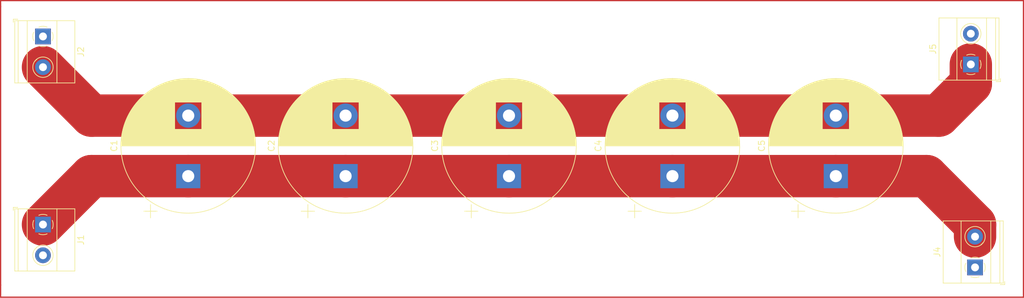
<source format=kicad_pcb>
(kicad_pcb (version 20240108) (generator "pcbnew") (generator_version "8.0")
  (layers (0 "F.Cu" signal) (31 "B.Cu" signal) (34 "B.Paste" user) (35 "F.Paste" user) (36 "B.SilkS" user "B.Silkscreen") (37 "F.SilkS" user "F.Silkscreen") (38 "B.Mask" user) (39 "F.Mask" user) (44 "Edge.Cuts" user))
  (net 0 "")
  (net 1 "Net-(J2-Pin_1)")
  (net 2 "Net-(J1-Pin_1)")
  (footprint "Capacitor_THT:CP_Radial_D22.0mm_P10.00mm_SnapIn" (layer "F.Cu") (at 134 62 90)
    (property "Reference" "C2" (at 5 -12.25 90) (layer "F.SilkS"))
    (property "Value" "C_Polarized")
    (pad "1" thru_hole rect (at 0 0 90) (size 4 4) (drill 2) (layers "*.Cu" "*.Mask") (net 2 "Net-(J1-Pin_1)"))
    (pad "2" thru_hole circle (at 10 0 90) (size 4 4) (drill 2) (layers "*.Cu" "*.Mask") (net 1 "Net-(J2-Pin_1)"))
  )
  (footprint "Capacitor_THT:CP_Radial_D22.0mm_P10.00mm_SnapIn" (layer "F.Cu") (at 108 62 90)
    (property "Reference" "C1" (at 5 -12.25 90) (layer "F.SilkS"))
    (property "Value" "C_Polarized")
    (pad "1" thru_hole rect (at 0 0 90) (size 4 4) (drill 2) (layers "*.Cu" "*.Mask") (net 2 "Net-(J1-Pin_1)"))
    (pad "2" thru_hole circle (at 10 0 90) (size 4 4) (drill 2) (layers "*.Cu" "*.Mask") (net 1 "Net-(J2-Pin_1)"))
  )
  (footprint "Capacitor_THT:CP_Radial_D22.0mm_P10.00mm_SnapIn" (layer "F.Cu") (at 188 62 90)
    (property "Reference" "C4" (at 5 -12.25 90) (layer "F.SilkS"))
    (property "Value" "C_Polarized")
    (pad "1" thru_hole rect (at 0 0 90) (size 4 4) (drill 2) (layers "*.Cu" "*.Mask") (net 2 "Net-(J1-Pin_1)"))
    (pad "2" thru_hole circle (at 10 0 90) (size 4 4) (drill 2) (layers "*.Cu" "*.Mask") (net 1 "Net-(J2-Pin_1)"))
  )
  (footprint "TerminalBlock_Phoenix:TerminalBlock_Phoenix_MKDS-1,5-2-5.08_1x02_P5.08mm_Horizontal" (layer "F.Cu") (at 84 38.92 -90)
    (property "Reference" "J2" (at 2.54 -6.26 90) (layer "F.SilkS"))
    (property "Value" "Screw_Terminal_01x02" (hide yes))
    (pad "1" thru_hole rect (at 0 0 270) (size 2.6 2.6) (drill 1.3) (layers "*.Cu" "*.Mask") (net 1 "Net-(J2-Pin_1)"))
    (pad "2" thru_hole circle (at 5.08 0 270) (size 2.6 2.6) (drill 1.3) (layers "*.Cu" "*.Mask") (net 1 "Net-(J2-Pin_1)"))
  )
  (footprint "TerminalBlock_Phoenix:TerminalBlock_Phoenix_MKDS-1,5-2-5.08_1x02_P5.08mm_Horizontal" (layer "F.Cu") (at 84 70 -90)
    (property "Reference" "J1" (at 2.54 -6.26 90) (layer "F.SilkS"))
    (property "Value" "Screw_Terminal_01x02" (hide yes))
    (pad "1" thru_hole rect (at 0 0 270) (size 2.6 2.6) (drill 1.3) (layers "*.Cu" "*.Mask") (net 2 "Net-(J1-Pin_1)"))
    (pad "2" thru_hole circle (at 5.08 0 270) (size 2.6 2.6) (drill 1.3) (layers "*.Cu" "*.Mask") (net 2 "Net-(J1-Pin_1)"))
  )
  (footprint "Capacitor_THT:CP_Radial_D22.0mm_P10.00mm_SnapIn" (layer "F.Cu") (at 161 62 90)
    (property "Reference" "C3" (at 5 -12.25 90) (layer "F.SilkS"))
    (property "Value" "C_Polarized")
    (pad "1" thru_hole rect (at 0 0 90) (size 4 4) (drill 2) (layers "*.Cu" "*.Mask") (net 2 "Net-(J1-Pin_1)"))
    (pad "2" thru_hole circle (at 10 0 90) (size 4 4) (drill 2) (layers "*.Cu" "*.Mask") (net 1 "Net-(J2-Pin_1)"))
  )
  (footprint "TerminalBlock_Phoenix:TerminalBlock_Phoenix_MKDS-1,5-2-5.08_1x02_P5.08mm_Horizontal" (layer "F.Cu") (at 237.305 43.545 90)
    (property "Reference" "J5" (at 2.54 -6.26 90) (layer "F.SilkS"))
    (property "Value" "Screw_Terminal_01x02" (hide yes))
    (pad "1" thru_hole rect (at 0 0 90) (size 2.6 2.6) (drill 1.3) (layers "*.Cu" "*.Mask") (net 1 "Net-(J2-Pin_1)"))
    (pad "2" thru_hole circle (at 5.08 0 90) (size 2.6 2.6) (drill 1.3) (layers "*.Cu" "*.Mask") (net 1 "Net-(J2-Pin_1)"))
  )
  (footprint "TerminalBlock_Phoenix:TerminalBlock_Phoenix_MKDS-1,5-2-5.08_1x02_P5.08mm_Horizontal" (layer "F.Cu") (at 238 77.08 90)
    (property "Reference" "J4" (at 2.54 -6.26 90) (layer "F.SilkS"))
    (property "Value" "Screw_Terminal_01x02" (hide yes))
    (pad "1" thru_hole rect (at 0 0 90) (size 2.6 2.6) (drill 1.3) (layers "*.Cu" "*.Mask") (net 2 "Net-(J1-Pin_1)"))
    (pad "2" thru_hole circle (at 5.08 0 90) (size 2.6 2.6) (drill 1.3) (layers "*.Cu" "*.Mask") (net 2 "Net-(J1-Pin_1)"))
  )
  (footprint "Capacitor_THT:CP_Radial_D22.0mm_P10.00mm_SnapIn" (layer "F.Cu") (at 215 62 90)
    (property "Reference" "C5" (at 5 -12.25 90) (layer "F.SilkS"))
    (property "Value" "C_Polarized")
    (pad "1" thru_hole rect (at 0 0 90) (size 4 4) (drill 2) (layers "*.Cu" "*.Mask") (net 2 "Net-(J1-Pin_1)"))
    (pad "2" thru_hole circle (at 10 0 90) (size 4 4) (drill 2) (layers "*.Cu" "*.Mask") (net 1 "Net-(J2-Pin_1)"))
  )
  (gr_line (start 77 34) (end 77 80) (stroke (width 0.2)) (layer "F.Cu"))
  (gr_line (start 246 33) (end 77 33) (stroke (width 0.2)) (layer "F.Cu"))
  (gr_line (start 246 82) (end 246 33) (stroke (width 0.2)) (layer "F.Cu"))
  (gr_line (start 77 33) (end 77 34) (stroke (width 0.2)) (layer "F.Cu"))
  (gr_line (start 77 80) (end 77 82) (stroke (width 0.2)) (layer "F.Cu"))
  (gr_line (start 77 82) (end 246 82) (stroke (width 0.2)) (layer "F.Cu"))
  (segment (start 188 52) (end 215 52) (width 7) (layer "F.Cu") (net 1))
  (segment (start 108 52) (end 134 52) (width 7) (layer "F.Cu") (net 1))
  (segment (start 134 52) (end 161 52) (width 7) (layer "F.Cu") (net 1))
  (segment (start 161 52) (end 188 52) (width 7) (layer "F.Cu") (net 1))
  (segment (start 237.305 46.695) (end 237.305 43.545) (width 7) (layer "F.Cu") (net 1))
  (segment (start 92 52) (end 84 44) (width 7) (layer "F.Cu") (net 1))
  (segment (start 215 52) (end 232 52) (width 7) (layer "F.Cu") (net 1))
  (segment (start 108 52) (end 92 52) (width 7) (layer "F.Cu") (net 1))
  (segment (start 232 52) (end 237.305 46.695) (width 7) (layer "F.Cu") (net 1))
  (segment (start 108 62) (end 134 62) (width 7) (layer "F.Cu") (net 2))
  (segment (start 92 62) (end 84 70) (width 7) (layer "F.Cu") (net 2))
  (segment (start 238 70) (end 238 72) (width 7) (layer "F.Cu") (net 2))
  (segment (start 230 62) (end 238 70) (width 7) (layer "F.Cu") (net 2))
  (segment (start 161 62) (end 188 62) (width 7) (layer "F.Cu") (net 2))
  (segment (start 215 62) (end 230 62) (width 7) (layer "F.Cu") (net 2))
  (segment (start 108 62) (end 92 62) (width 7) (layer "F.Cu") (net 2))
  (segment (start 188 62) (end 215 62) (width 7) (layer "F.Cu") (net 2))
  (segment (start 134 62) (end 161 62) (width 7) (layer "F.Cu") (net 2))
)
</source>
